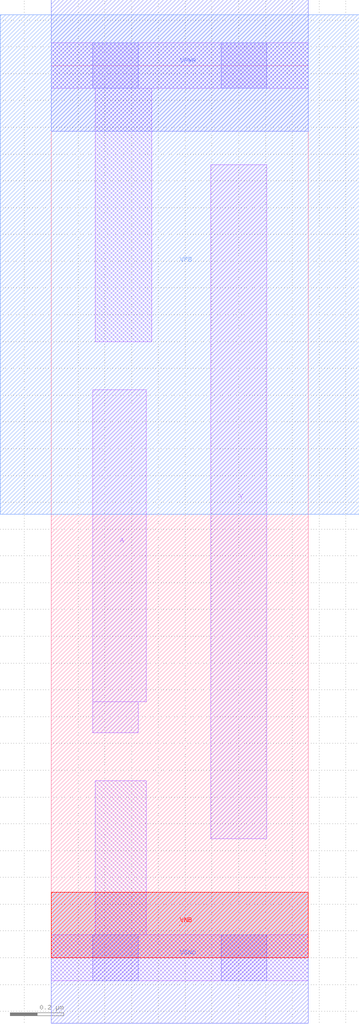
<source format=lef>
# Copyright 2020 The SkyWater PDK Authors
#
# Licensed under the Apache License, Version 2.0 (the "License");
# you may not use this file except in compliance with the License.
# You may obtain a copy of the License at
#
#     https://www.apache.org/licenses/LICENSE-2.0
#
# Unless required by applicable law or agreed to in writing, software
# distributed under the License is distributed on an "AS IS" BASIS,
# WITHOUT WARRANTIES OR CONDITIONS OF ANY KIND, either express or implied.
# See the License for the specific language governing permissions and
# limitations under the License.
#
# SPDX-License-Identifier: Apache-2.0

VERSION 5.7 ;
  NOWIREEXTENSIONATPIN ON ;
  DIVIDERCHAR "/" ;
  BUSBITCHARS "[]" ;
MACRO sky130_fd_sc_lp__inv_m
  CLASS CORE ;
  FOREIGN sky130_fd_sc_lp__inv_m ;
  ORIGIN  0.000000  0.000000 ;
  SIZE  0.960000 BY  3.330000 ;
  SYMMETRY X Y R90 ;
  SITE unit ;
  PIN A
    ANTENNAGATEAREA  0.126000 ;
    DIRECTION INPUT ;
    USE SIGNAL ;
    PORT
      LAYER li1 ;
        RECT 0.155000 0.840000 0.325000 0.955000 ;
        RECT 0.155000 0.955000 0.355000 2.120000 ;
    END
  END A
  PIN Y
    ANTENNADIFFAREA  0.222600 ;
    DIRECTION OUTPUT ;
    USE SIGNAL ;
    PORT
      LAYER li1 ;
        RECT 0.595000 0.445000 0.805000 2.960000 ;
    END
  END Y
  PIN VGND
    DIRECTION INOUT ;
    USE GROUND ;
    PORT
      LAYER met1 ;
        RECT 0.000000 -0.245000 0.960000 0.245000 ;
    END
  END VGND
  PIN VNB
    DIRECTION INOUT ;
    USE GROUND ;
    PORT
      LAYER pwell ;
        RECT 0.000000 0.000000 0.960000 0.245000 ;
    END
  END VNB
  PIN VPB
    DIRECTION INOUT ;
    USE POWER ;
    PORT
      LAYER nwell ;
        RECT -0.190000 1.655000 1.150000 3.520000 ;
    END
  END VPB
  PIN VPWR
    DIRECTION INOUT ;
    USE POWER ;
    PORT
      LAYER met1 ;
        RECT 0.000000 3.085000 0.960000 3.575000 ;
    END
  END VPWR
  OBS
    LAYER li1 ;
      RECT 0.000000 -0.085000 0.960000 0.085000 ;
      RECT 0.000000  3.245000 0.960000 3.415000 ;
      RECT 0.165000  0.085000 0.355000 0.660000 ;
      RECT 0.165000  2.300000 0.375000 3.245000 ;
    LAYER mcon ;
      RECT 0.155000 -0.085000 0.325000 0.085000 ;
      RECT 0.155000  3.245000 0.325000 3.415000 ;
      RECT 0.635000 -0.085000 0.805000 0.085000 ;
      RECT 0.635000  3.245000 0.805000 3.415000 ;
  END
END sky130_fd_sc_lp__inv_m
END LIBRARY

</source>
